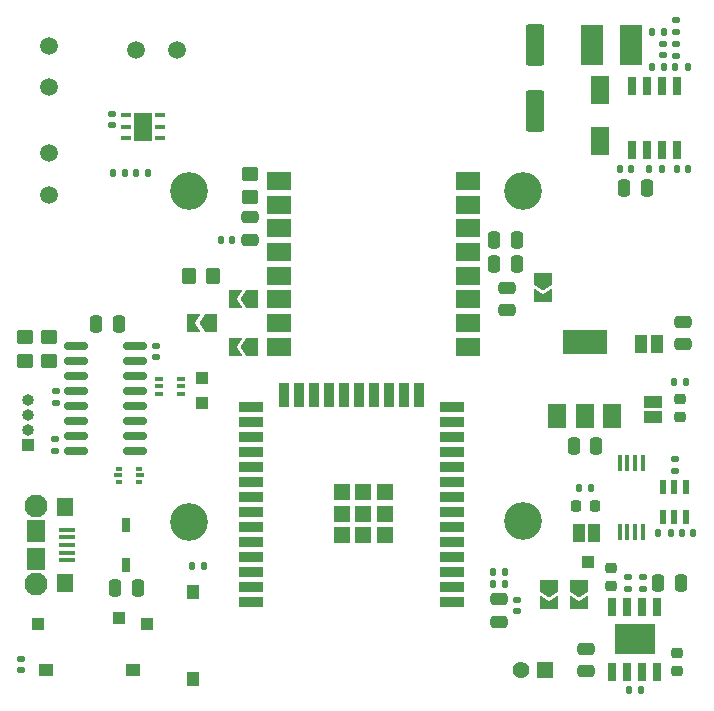
<source format=gbr>
%TF.GenerationSoftware,KiCad,Pcbnew,(6.0.0)*%
%TF.CreationDate,2022-06-01T22:52:45+01:00*%
%TF.ProjectId,flora,666c6f72-612e-46b6-9963-61645f706362,B*%
%TF.SameCoordinates,Original*%
%TF.FileFunction,Soldermask,Top*%
%TF.FilePolarity,Negative*%
%FSLAX46Y46*%
G04 Gerber Fmt 4.6, Leading zero omitted, Abs format (unit mm)*
G04 Created by KiCad (PCBNEW (6.0.0)) date 2022-06-01 22:52:45*
%MOMM*%
%LPD*%
G01*
G04 APERTURE LIST*
G04 Aperture macros list*
%AMRoundRect*
0 Rectangle with rounded corners*
0 $1 Rounding radius*
0 $2 $3 $4 $5 $6 $7 $8 $9 X,Y pos of 4 corners*
0 Add a 4 corners polygon primitive as box body*
4,1,4,$2,$3,$4,$5,$6,$7,$8,$9,$2,$3,0*
0 Add four circle primitives for the rounded corners*
1,1,$1+$1,$2,$3*
1,1,$1+$1,$4,$5*
1,1,$1+$1,$6,$7*
1,1,$1+$1,$8,$9*
0 Add four rect primitives between the rounded corners*
20,1,$1+$1,$2,$3,$4,$5,0*
20,1,$1+$1,$4,$5,$6,$7,0*
20,1,$1+$1,$6,$7,$8,$9,0*
20,1,$1+$1,$8,$9,$2,$3,0*%
%AMFreePoly0*
4,1,6,1.000000,0.000000,0.500000,-0.750000,-0.500000,-0.750000,-0.500000,0.750000,0.500000,0.750000,1.000000,0.000000,1.000000,0.000000,$1*%
%AMFreePoly1*
4,1,6,0.500000,-0.750000,-0.650000,-0.750000,-0.150000,0.000000,-0.650000,0.750000,0.500000,0.750000,0.500000,-0.750000,0.500000,-0.750000,$1*%
G04 Aperture macros list end*
%ADD10RoundRect,0.250000X0.250000X0.475000X-0.250000X0.475000X-0.250000X-0.475000X0.250000X-0.475000X0*%
%ADD11RoundRect,0.135000X-0.135000X-0.185000X0.135000X-0.185000X0.135000X0.185000X-0.135000X0.185000X0*%
%ADD12RoundRect,0.140000X-0.170000X0.140000X-0.170000X-0.140000X0.170000X-0.140000X0.170000X0.140000X0*%
%ADD13R,1.000000X1.000000*%
%ADD14R,0.750000X1.200000*%
%ADD15R,1.500000X1.000000*%
%ADD16R,1.350000X0.400000*%
%ADD17C,1.950000*%
%ADD18R,1.400000X1.600000*%
%ADD19R,1.600000X1.900000*%
%ADD20RoundRect,0.250000X-0.250000X-0.475000X0.250000X-0.475000X0.250000X0.475000X-0.250000X0.475000X0*%
%ADD21C,3.200000*%
%ADD22R,1.000000X1.500000*%
%ADD23RoundRect,0.140000X0.170000X-0.140000X0.170000X0.140000X-0.170000X0.140000X-0.170000X-0.140000X0*%
%ADD24RoundRect,0.140000X0.140000X0.170000X-0.140000X0.170000X-0.140000X-0.170000X0.140000X-0.170000X0*%
%ADD25RoundRect,0.250000X0.475000X-0.250000X0.475000X0.250000X-0.475000X0.250000X-0.475000X-0.250000X0*%
%ADD26RoundRect,0.135000X-0.185000X0.135000X-0.185000X-0.135000X0.185000X-0.135000X0.185000X0.135000X0*%
%ADD27RoundRect,0.218750X-0.256250X0.218750X-0.256250X-0.218750X0.256250X-0.218750X0.256250X0.218750X0*%
%ADD28RoundRect,0.135000X0.135000X0.185000X-0.135000X0.185000X-0.135000X-0.185000X0.135000X-0.185000X0*%
%ADD29RoundRect,0.135000X0.185000X-0.135000X0.185000X0.135000X-0.185000X0.135000X-0.185000X-0.135000X0*%
%ADD30R,0.450000X1.475000*%
%ADD31C,1.500000*%
%ADD32R,0.600000X1.200000*%
%ADD33R,0.850000X0.450000*%
%ADD34R,1.500000X2.400000*%
%ADD35RoundRect,0.250000X-0.475000X0.250000X-0.475000X-0.250000X0.475000X-0.250000X0.475000X0.250000X0*%
%ADD36R,1.200000X1.000000*%
%ADD37R,1.900000X3.400000*%
%ADD38R,1.425000X1.425000*%
%ADD39C,1.425000*%
%ADD40RoundRect,0.250000X0.450000X-0.350000X0.450000X0.350000X-0.450000X0.350000X-0.450000X-0.350000X0*%
%ADD41RoundRect,0.140000X-0.140000X-0.170000X0.140000X-0.170000X0.140000X0.170000X-0.140000X0.170000X0*%
%ADD42FreePoly0,180.000000*%
%ADD43FreePoly1,180.000000*%
%ADD44RoundRect,0.250000X0.350000X0.450000X-0.350000X0.450000X-0.350000X-0.450000X0.350000X-0.450000X0*%
%ADD45R,1.500000X2.000000*%
%ADD46R,3.800000X2.000000*%
%ADD47RoundRect,0.250000X-0.550000X1.500000X-0.550000X-1.500000X0.550000X-1.500000X0.550000X1.500000X0*%
%ADD48O,1.000000X1.000000*%
%ADD49R,0.650000X0.400000*%
%ADD50R,2.000000X0.900000*%
%ADD51R,0.900000X2.000000*%
%ADD52R,1.330000X1.330000*%
%ADD53FreePoly0,270.000000*%
%ADD54FreePoly1,270.000000*%
%ADD55R,1.550000X2.350000*%
%ADD56R,0.700000X1.525000*%
%ADD57R,3.402000X2.513000*%
%ADD58RoundRect,0.218750X-0.218750X-0.256250X0.218750X-0.256250X0.218750X0.256250X-0.218750X0.256250X0*%
%ADD59R,1.000000X1.200000*%
%ADD60RoundRect,0.150000X-0.825000X-0.150000X0.825000X-0.150000X0.825000X0.150000X-0.825000X0.150000X0*%
%ADD61R,0.500000X0.375000*%
%ADD62R,0.650000X0.300000*%
%ADD63R,2.000000X1.500000*%
G04 APERTURE END LIST*
D10*
%TO.C,C21*%
X185650000Y-155450000D03*
X183750000Y-155450000D03*
%TD*%
D11*
%TO.C,R18*%
X223052500Y-147050000D03*
X224072500Y-147050000D03*
%TD*%
D12*
%TO.C,C17*%
X217750000Y-156470000D03*
X217750000Y-157430000D03*
%TD*%
D13*
%TO.C,TP7*%
X186450000Y-158550000D03*
%TD*%
D10*
%TO.C,C14*%
X217750000Y-126000000D03*
X215850000Y-126000000D03*
%TD*%
D13*
%TO.C,TP6*%
X177250000Y-158550000D03*
%TD*%
D14*
%TO.C,D4*%
X184700000Y-153550000D03*
X184700000Y-150150000D03*
%TD*%
D15*
%TO.C,JP8*%
X229300000Y-141012500D03*
X229300000Y-139712500D03*
%TD*%
D16*
%TO.C,J4*%
X179700000Y-150550000D03*
X179700000Y-151200000D03*
X179700000Y-151850000D03*
X179700000Y-152500000D03*
X179700000Y-153150000D03*
D17*
X177025000Y-148550000D03*
X177025000Y-155150000D03*
D18*
X179475000Y-148650000D03*
D19*
X177025000Y-150650000D03*
X177025000Y-153050000D03*
D18*
X179475000Y-155050000D03*
%TD*%
D20*
%TO.C,C6*%
X229750000Y-155050000D03*
X231650000Y-155050000D03*
%TD*%
D21*
%TO.C,H3*%
X218250000Y-149850000D03*
%TD*%
D22*
%TO.C,JP9*%
X224312500Y-150800000D03*
X223012500Y-150800000D03*
%TD*%
D23*
%TO.C,C7*%
X230100000Y-110380000D03*
X230100000Y-109420000D03*
%TD*%
D24*
%TO.C,C11*%
X191250000Y-153650000D03*
X190290000Y-153650000D03*
%TD*%
D25*
%TO.C,C1*%
X195200000Y-126000000D03*
X195200000Y-124100000D03*
%TD*%
D11*
%TO.C,R20*%
X183540000Y-120350000D03*
X184560000Y-120350000D03*
%TD*%
%TO.C,R10*%
X231190000Y-111400000D03*
X232210000Y-111400000D03*
%TD*%
D26*
%TO.C,R13*%
X178650000Y-142850000D03*
X178650000Y-143870000D03*
%TD*%
D12*
%TO.C,C23*%
X178730000Y-138850000D03*
X178730000Y-139810000D03*
%TD*%
D27*
%TO.C,D5*%
X231550000Y-139475000D03*
X231550000Y-141050000D03*
%TD*%
D26*
%TO.C,R12*%
X231200000Y-109390000D03*
X231200000Y-110410000D03*
%TD*%
D21*
%TO.C,H1*%
X189980000Y-121880000D03*
%TD*%
D12*
%TO.C,C22*%
X187250000Y-135010000D03*
X187250000Y-135970000D03*
%TD*%
D28*
%TO.C,R6*%
X230200000Y-108400000D03*
X229180000Y-108400000D03*
%TD*%
D13*
%TO.C,TP1*%
X184050000Y-158050000D03*
%TD*%
D24*
%TO.C,C5*%
X230180000Y-111400000D03*
X229220000Y-111400000D03*
%TD*%
D29*
%TO.C,R4*%
X228450000Y-155560000D03*
X228450000Y-154540000D03*
%TD*%
D30*
%TO.C,IC4*%
X226475000Y-150788000D03*
X227125000Y-150788000D03*
X227775000Y-150788000D03*
X228425000Y-150788000D03*
X228425000Y-144912000D03*
X227775000Y-144912000D03*
X227125000Y-144912000D03*
X226475000Y-144912000D03*
%TD*%
D24*
%TO.C,C2*%
X193660000Y-126000000D03*
X192700000Y-126000000D03*
%TD*%
D21*
%TO.C,H2*%
X218250000Y-121850000D03*
%TD*%
D31*
%TO.C,J3*%
X189000000Y-109950000D03*
X185500000Y-109950000D03*
%TD*%
D25*
%TO.C,C15*%
X231850000Y-134850000D03*
X231850000Y-132950000D03*
%TD*%
D28*
%TO.C,R8*%
X230770000Y-150850000D03*
X229750000Y-150850000D03*
%TD*%
D32*
%TO.C,IC5*%
X232050000Y-146950000D03*
X231100000Y-146950000D03*
X230150000Y-146950000D03*
X230150000Y-149450000D03*
X231100000Y-149450000D03*
X232050000Y-149450000D03*
%TD*%
D13*
%TO.C,TP4*%
X191100000Y-139820000D03*
%TD*%
D33*
%TO.C,IC2*%
X187545000Y-117420000D03*
X187545000Y-116420000D03*
X187545000Y-115420000D03*
X184645000Y-115420000D03*
X184645000Y-116420000D03*
X184645000Y-117420000D03*
D34*
X186095000Y-116420000D03*
%TD*%
D35*
%TO.C,C20*%
X216900000Y-130050000D03*
X216900000Y-131950000D03*
%TD*%
D23*
%TO.C,C25*%
X183450000Y-116330000D03*
X183450000Y-115370000D03*
%TD*%
D36*
%TO.C,S1*%
X185300000Y-162450000D03*
X177900000Y-162450000D03*
%TD*%
D37*
%TO.C,L1*%
X227450000Y-109500000D03*
X224150000Y-109500000D03*
%TD*%
D38*
%TO.C,J5*%
X220150000Y-162450000D03*
D39*
X218150000Y-162450000D03*
%TD*%
D35*
%TO.C,C3*%
X223650000Y-160650000D03*
X223650000Y-162550000D03*
%TD*%
D10*
%TO.C,C13*%
X224500000Y-143500000D03*
X222600000Y-143500000D03*
%TD*%
%TO.C,C19*%
X217750000Y-128100000D03*
X215850000Y-128100000D03*
%TD*%
D40*
%TO.C,R15*%
X176150000Y-136270000D03*
X176150000Y-134270000D03*
%TD*%
D41*
%TO.C,C8*%
X231320000Y-120000000D03*
X232280000Y-120000000D03*
%TD*%
D42*
%TO.C,JP2*%
X191825000Y-133050000D03*
D43*
X190375000Y-133050000D03*
%TD*%
D35*
%TO.C,C16*%
X216250000Y-156430000D03*
X216250000Y-158330000D03*
%TD*%
D44*
%TO.C,R2*%
X192000000Y-129050000D03*
X190000000Y-129050000D03*
%TD*%
D28*
%TO.C,R16*%
X216760000Y-155130000D03*
X215740000Y-155130000D03*
%TD*%
D45*
%TO.C,IC7*%
X221200000Y-140950000D03*
X223500000Y-140950000D03*
D46*
X223500000Y-134650000D03*
D45*
X225800000Y-140950000D03*
%TD*%
D13*
%TO.C,TP2*%
X223750000Y-153250000D03*
%TD*%
D47*
%TO.C,C26*%
X219300000Y-109500000D03*
X219300000Y-115100000D03*
%TD*%
D13*
%TO.C,J6*%
X176350000Y-143350000D03*
D48*
X176350000Y-142080000D03*
X176350000Y-140810000D03*
X176350000Y-139540000D03*
%TD*%
D28*
%TO.C,R19*%
X186560000Y-120350000D03*
X185540000Y-120350000D03*
%TD*%
D21*
%TO.C,H4*%
X189980000Y-149880000D03*
%TD*%
D31*
%TO.C,J1*%
X178150000Y-118700000D03*
X178150000Y-122200000D03*
%TD*%
D26*
%TO.C,R7*%
X231150000Y-144540000D03*
X231150000Y-145560000D03*
%TD*%
D49*
%TO.C,Q1*%
X187450000Y-137770000D03*
X187450000Y-138420000D03*
X187450000Y-139070000D03*
X189350000Y-139070000D03*
X189350000Y-138420000D03*
X189350000Y-137770000D03*
%TD*%
D27*
%TO.C,D2*%
X231350000Y-160975000D03*
X231350000Y-162550000D03*
%TD*%
D10*
%TO.C,C18*%
X228750000Y-121600000D03*
X226850000Y-121600000D03*
%TD*%
D50*
%TO.C,IC1*%
X212250000Y-156690000D03*
X212250000Y-155420000D03*
X212250000Y-154150000D03*
X212250000Y-152880000D03*
X212250000Y-151610000D03*
X212250000Y-150340000D03*
X212250000Y-149070000D03*
X212250000Y-147800000D03*
X212250000Y-146530000D03*
X212250000Y-145260000D03*
X212250000Y-143990000D03*
X212250000Y-142720000D03*
X212250000Y-141450000D03*
X212250000Y-140180000D03*
D51*
X209465000Y-139180000D03*
X208195000Y-139180000D03*
X206925000Y-139180000D03*
X205655000Y-139180000D03*
X204385000Y-139180000D03*
X203115000Y-139180000D03*
X201845000Y-139180000D03*
X200575000Y-139180000D03*
X199305000Y-139180000D03*
X198035000Y-139180000D03*
D50*
X195250000Y-140180000D03*
X195250000Y-141450000D03*
X195250000Y-142720000D03*
X195250000Y-143990000D03*
X195250000Y-145260000D03*
X195250000Y-146530000D03*
X195250000Y-147800000D03*
X195250000Y-149070000D03*
X195250000Y-150340000D03*
X195250000Y-151610000D03*
X195250000Y-152880000D03*
X195250000Y-154150000D03*
X195250000Y-155420000D03*
X195250000Y-156690000D03*
D52*
X206585000Y-151025000D03*
X204750000Y-151025000D03*
X202915000Y-151025000D03*
X206585000Y-149190000D03*
X204750000Y-149190000D03*
X202915000Y-149190000D03*
X206585000Y-147355000D03*
X204750000Y-147355000D03*
X202915000Y-147355000D03*
%TD*%
D53*
%TO.C,JP5*%
X223050000Y-155325000D03*
D54*
X223050000Y-156775000D03*
%TD*%
D55*
%TO.C,D3*%
X224800000Y-113350000D03*
X224800000Y-117650000D03*
%TD*%
D28*
%TO.C,R17*%
X232060000Y-138062500D03*
X231040000Y-138062500D03*
%TD*%
D53*
%TO.C,JP4*%
X220450000Y-155325000D03*
D54*
X220450000Y-156775000D03*
%TD*%
D10*
%TO.C,C24*%
X184050000Y-133170000D03*
X182150000Y-133170000D03*
%TD*%
D40*
%TO.C,R1*%
X195200000Y-122400000D03*
X195200000Y-120400000D03*
%TD*%
D26*
%TO.C,R9*%
X231200000Y-107390000D03*
X231200000Y-108410000D03*
%TD*%
D56*
%TO.C,IC6*%
X227495000Y-118412000D03*
X228765000Y-118412000D03*
X230035000Y-118412000D03*
X231305000Y-118412000D03*
X231305000Y-112988000D03*
X230035000Y-112988000D03*
X228765000Y-112988000D03*
X227495000Y-112988000D03*
%TD*%
%TO.C,IC3*%
X225845000Y-162562000D03*
X227115000Y-162562000D03*
X228385000Y-162562000D03*
X229655000Y-162562000D03*
X229655000Y-157138000D03*
X228385000Y-157138000D03*
X227115000Y-157138000D03*
X225845000Y-157138000D03*
D57*
X227750000Y-159850000D03*
%TD*%
D53*
%TO.C,JP6*%
X220000000Y-129350000D03*
D54*
X220000000Y-130800000D03*
%TD*%
D11*
%TO.C,R11*%
X228990000Y-120000000D03*
X230010000Y-120000000D03*
%TD*%
D40*
%TO.C,R14*%
X178150000Y-136270000D03*
X178150000Y-134270000D03*
%TD*%
D22*
%TO.C,JP7*%
X228300000Y-134850000D03*
X229600000Y-134850000D03*
%TD*%
D29*
%TO.C,R3*%
X227150000Y-155560000D03*
X227150000Y-154540000D03*
%TD*%
D58*
%TO.C,D6*%
X222775000Y-148550000D03*
X224350000Y-148550000D03*
%TD*%
D59*
%TO.C,S2*%
X190350000Y-163200000D03*
X190350000Y-155800000D03*
%TD*%
D13*
%TO.C,TP5*%
X191100000Y-137720000D03*
%TD*%
D31*
%TO.C,J2*%
X178150000Y-109600000D03*
X178150000Y-113100000D03*
%TD*%
D42*
%TO.C,JP3*%
X195325000Y-135050000D03*
D43*
X193875000Y-135050000D03*
%TD*%
D12*
%TO.C,C4*%
X175750000Y-161470000D03*
X175750000Y-162430000D03*
%TD*%
D60*
%TO.C,U4*%
X180475000Y-135025000D03*
X180475000Y-136295000D03*
X180475000Y-137565000D03*
X180475000Y-138835000D03*
X180475000Y-140105000D03*
X180475000Y-141375000D03*
X180475000Y-142645000D03*
X180475000Y-143915000D03*
X185425000Y-143915000D03*
X185425000Y-142645000D03*
X185425000Y-141375000D03*
X185425000Y-140105000D03*
X185425000Y-138835000D03*
X185425000Y-137565000D03*
X185425000Y-136295000D03*
X185425000Y-135025000D03*
%TD*%
D27*
%TO.C,D1*%
X225750000Y-153775000D03*
X225750000Y-155350000D03*
%TD*%
D28*
%TO.C,R5*%
X228270000Y-164150000D03*
X227250000Y-164150000D03*
%TD*%
D61*
%TO.C,U3*%
X185800000Y-146487500D03*
D62*
X185875000Y-145950000D03*
D61*
X185800000Y-145412500D03*
X184100000Y-145412500D03*
D62*
X184025000Y-145950000D03*
D61*
X184100000Y-146487500D03*
%TD*%
D41*
%TO.C,C12*%
X215770000Y-154130000D03*
X216730000Y-154130000D03*
%TD*%
%TO.C,C9*%
X231750000Y-150850000D03*
X232710000Y-150850000D03*
%TD*%
D63*
%TO.C,U1*%
X197600000Y-121050000D03*
X197600000Y-123050000D03*
X197600000Y-125050000D03*
X197600000Y-127050000D03*
X197600000Y-129050000D03*
X197600000Y-131050000D03*
X197600000Y-133050000D03*
X197600000Y-135050000D03*
X213600000Y-135050000D03*
X213600000Y-133050000D03*
X213600000Y-131050000D03*
X213600000Y-129050000D03*
X213600000Y-127050000D03*
X213600000Y-125050000D03*
X213600000Y-123050000D03*
X213600000Y-121050000D03*
%TD*%
D42*
%TO.C,JP1*%
X195325000Y-131050000D03*
D43*
X193875000Y-131050000D03*
%TD*%
D24*
%TO.C,C10*%
X227460000Y-120000000D03*
X226500000Y-120000000D03*
%TD*%
M02*

</source>
